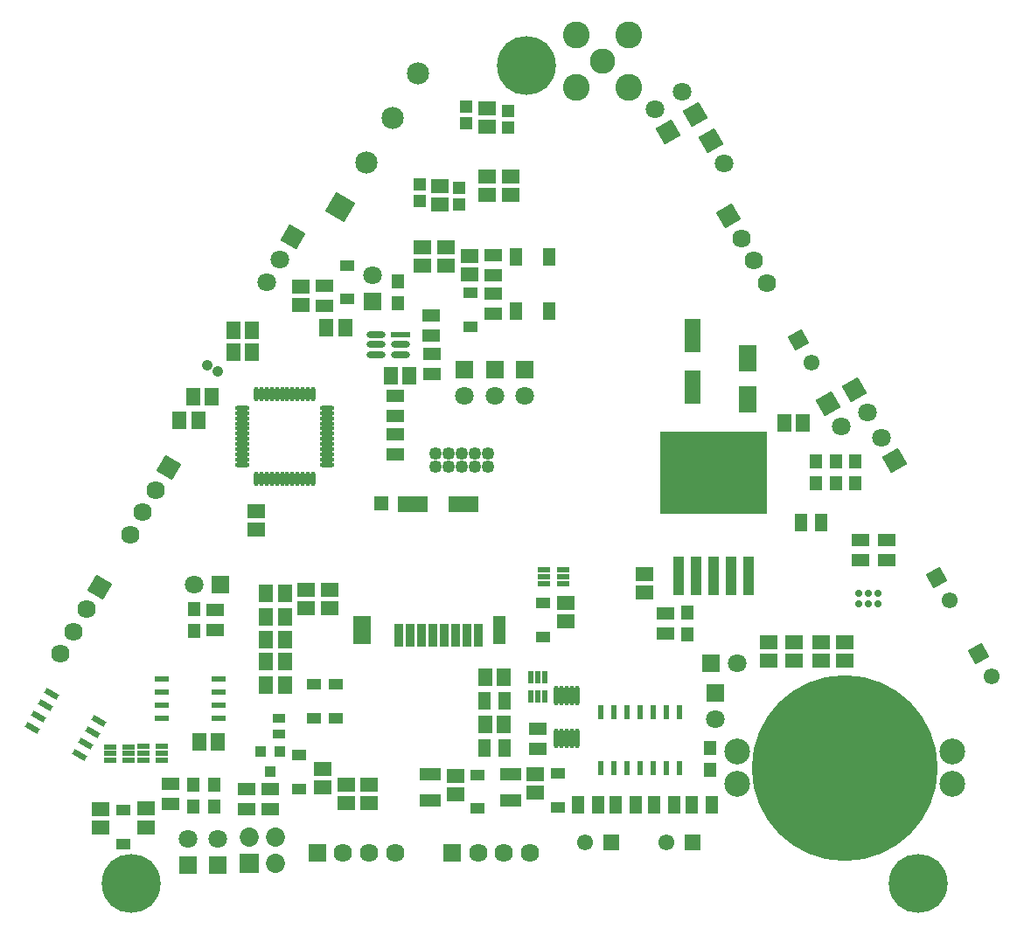
<source format=gbs>
G04*
G04 #@! TF.GenerationSoftware,Altium Limited,Altium Designer,22.1.2 (22)*
G04*
G04 Layer_Color=16711935*
%FSLAX25Y25*%
%MOIN*%
G70*
G04*
G04 #@! TF.SameCoordinates,8C121C91-0C0E-4A63-ABDB-05F36A63E408*
G04*
G04*
G04 #@! TF.FilePolarity,Negative*
G04*
G01*
G75*
%ADD45R,0.02205X0.04567*%
%ADD46R,0.04567X0.02205*%
%ADD47R,0.06509X0.05328*%
%ADD48R,0.05328X0.06509*%
%ADD49R,0.04737X0.03753*%
%ADD50R,0.06509X0.04540*%
%ADD52R,0.04540X0.06509*%
%ADD63C,0.04934*%
%ADD64R,0.07099X0.07099*%
%ADD65C,0.07099*%
%ADD66R,0.06102X0.06102*%
%ADD67C,0.06102*%
%ADD68R,0.07099X0.07099*%
%ADD69R,0.07060X0.07060*%
%ADD70C,0.07060*%
%ADD71P,0.09984X4X285.0*%
%ADD72P,0.10040X4X285.0*%
%ADD73C,0.08477*%
%ADD74P,0.11989X4X105.0*%
%ADD75C,0.10249*%
%ADD76C,0.09658*%
%ADD77P,0.10040X4X165.0*%
%ADD78P,0.09984X4X345.0*%
%ADD79P,0.08630X4X345.0*%
%ADD80C,0.09855*%
%ADD81C,0.04186*%
%ADD82C,0.02769*%
%ADD83R,0.07296X0.07296*%
%ADD84C,0.07296*%
%ADD85C,0.22453*%
G04:AMPARAMS|DCode=113|XSize=54.78mil|YSize=21.97mil|CornerRadius=0mil|HoleSize=0mil|Usage=FLASHONLY|Rotation=330.000|XOffset=0mil|YOffset=0mil|HoleType=Round|Shape=Rectangle|*
%AMROTATEDRECTD113*
4,1,4,-0.02921,0.00418,-0.01823,0.02321,0.02921,-0.00418,0.01823,-0.02321,-0.02921,0.00418,0.0*
%
%ADD113ROTATEDRECTD113*%

%ADD119R,0.02200X0.05750*%
%ADD122R,0.05700X0.02200*%
%ADD125R,0.07301X0.02410*%
G04:AMPARAMS|DCode=126|XSize=73.01mil|YSize=24.1mil|CornerRadius=12.05mil|HoleSize=0mil|Usage=FLASHONLY|Rotation=180.000|XOffset=0mil|YOffset=0mil|HoleType=Round|Shape=RoundedRectangle|*
%AMROUNDEDRECTD126*
21,1,0.07301,0.00000,0,0,180.0*
21,1,0.04891,0.02410,0,0,180.0*
1,1,0.02410,-0.02445,0.00000*
1,1,0.02410,0.02445,0.00000*
1,1,0.02410,0.02445,0.00000*
1,1,0.02410,-0.02445,0.00000*
%
%ADD126ROUNDEDRECTD126*%
%ADD127R,0.06693X0.09843*%
%ADD128R,0.06299X0.12598*%
%ADD129R,0.40551X0.31496*%
%ADD130R,0.03937X0.14567*%
%ADD137R,0.05603X0.04383*%
%ADD138R,0.04737X0.06902*%
%ADD139R,0.05131X0.05524*%
%ADD140R,0.04737X0.04540*%
%ADD141R,0.07887X0.04934*%
%ADD142O,0.01981X0.07493*%
%ADD143R,0.03950X0.04343*%
%ADD144O,0.01784X0.05524*%
%ADD145O,0.05524X0.01784*%
%ADD146C,0.70879*%
%ADD147R,0.05524X0.05524*%
%ADD148R,0.11430X0.06312*%
%ADD149R,0.06706X0.11036*%
%ADD150R,0.04737X0.11036*%
%ADD151R,0.03556X0.08674*%
D45*
X228059Y102413D02*
D03*
X225500D02*
D03*
X222941D02*
D03*
X228059Y109500D02*
D03*
X225500D02*
D03*
X222941D02*
D03*
D46*
X62413Y77941D02*
D03*
Y80500D02*
D03*
Y83059D02*
D03*
X69500Y77941D02*
D03*
Y80500D02*
D03*
Y83059D02*
D03*
X82087Y80559D02*
D03*
Y83118D02*
D03*
Y78000D02*
D03*
X75000Y83118D02*
D03*
Y80559D02*
D03*
Y78000D02*
D03*
X235000Y150559D02*
D03*
Y148000D02*
D03*
Y145441D02*
D03*
X227913Y150559D02*
D03*
Y148000D02*
D03*
Y145441D02*
D03*
D47*
X76083Y52362D02*
D03*
Y59449D02*
D03*
X58957Y59350D02*
D03*
Y52264D02*
D03*
X206000Y319457D02*
D03*
Y326543D02*
D03*
Y293457D02*
D03*
Y300543D02*
D03*
X215000Y293457D02*
D03*
Y300543D02*
D03*
X188000Y289957D02*
D03*
Y297043D02*
D03*
X181500Y266457D02*
D03*
Y273543D02*
D03*
X190500Y266457D02*
D03*
Y273543D02*
D03*
X224500Y65457D02*
D03*
Y72543D02*
D03*
X194000Y72043D02*
D03*
Y64957D02*
D03*
X161000Y68543D02*
D03*
Y61457D02*
D03*
X152500Y68543D02*
D03*
Y61457D02*
D03*
X137000Y143043D02*
D03*
Y135957D02*
D03*
X146000Y143043D02*
D03*
Y135957D02*
D03*
X143500Y74543D02*
D03*
Y67457D02*
D03*
X236000Y130957D02*
D03*
Y138043D02*
D03*
X118000Y165957D02*
D03*
Y173043D02*
D03*
X135000Y258543D02*
D03*
Y251457D02*
D03*
X266000Y141957D02*
D03*
Y149043D02*
D03*
X199508Y270276D02*
D03*
Y263189D02*
D03*
X333500Y115957D02*
D03*
Y123043D02*
D03*
X313500Y115957D02*
D03*
Y123043D02*
D03*
X323000Y115957D02*
D03*
Y123043D02*
D03*
X342500Y115957D02*
D03*
Y123043D02*
D03*
D48*
X205457Y109500D02*
D03*
X212543D02*
D03*
X205457Y91500D02*
D03*
X212543D02*
D03*
X103543Y85000D02*
D03*
X96457D02*
D03*
X129043Y141500D02*
D03*
X121957D02*
D03*
X129043Y132500D02*
D03*
X121957D02*
D03*
X129043Y124000D02*
D03*
X121957D02*
D03*
X129043Y115500D02*
D03*
X121957D02*
D03*
Y106500D02*
D03*
X129043D02*
D03*
X88957Y207500D02*
D03*
X96043D02*
D03*
X93996Y216535D02*
D03*
X101083D02*
D03*
X176543Y224500D02*
D03*
X169457D02*
D03*
X144957Y243000D02*
D03*
X152043D02*
D03*
X326543Y206500D02*
D03*
X319457D02*
D03*
X109457Y242000D02*
D03*
X116543D02*
D03*
X109457Y233500D02*
D03*
X116543D02*
D03*
D49*
X126969Y93898D02*
D03*
Y87992D02*
D03*
D50*
X184941Y240059D02*
D03*
X114500Y59161D02*
D03*
Y66839D02*
D03*
X123500Y59161D02*
D03*
Y66839D02*
D03*
X144000Y258839D02*
D03*
Y251161D02*
D03*
X348500Y154161D02*
D03*
Y161839D02*
D03*
X85500Y61161D02*
D03*
Y68839D02*
D03*
X225500Y82161D02*
D03*
Y89839D02*
D03*
X102500Y127661D02*
D03*
Y135339D02*
D03*
X185039Y225197D02*
D03*
Y232874D02*
D03*
X208563Y270571D02*
D03*
Y262894D02*
D03*
Y255807D02*
D03*
Y248130D02*
D03*
X184941Y247736D02*
D03*
X274000Y133839D02*
D03*
Y126161D02*
D03*
X171000Y202339D02*
D03*
Y194661D02*
D03*
Y209161D02*
D03*
Y216839D02*
D03*
X358500Y154161D02*
D03*
Y161839D02*
D03*
D52*
X269661Y61000D02*
D03*
X277339D02*
D03*
X284161D02*
D03*
X291839D02*
D03*
X240661D02*
D03*
X248339D02*
D03*
X255161D02*
D03*
X262839D02*
D03*
X325661Y168500D02*
D03*
X333339D02*
D03*
X205161Y82500D02*
D03*
X212839D02*
D03*
Y100500D02*
D03*
X205161D02*
D03*
D63*
X206500Y190000D02*
D03*
X201500D02*
D03*
X196500D02*
D03*
X191500D02*
D03*
Y195000D02*
D03*
X196500D02*
D03*
X201500D02*
D03*
X206500D02*
D03*
X186500D02*
D03*
Y190000D02*
D03*
D64*
X291500Y115000D02*
D03*
X104500Y145000D02*
D03*
D65*
X301500Y115000D02*
D03*
X293000Y93500D02*
D03*
X103500Y48000D02*
D03*
X94500Y145000D02*
D03*
X127000Y269000D02*
D03*
X122000Y260340D02*
D03*
X197500Y217000D02*
D03*
X209000D02*
D03*
X220500D02*
D03*
X162500Y263071D02*
D03*
X280500Y332830D02*
D03*
X270000Y326330D02*
D03*
X296500Y305670D02*
D03*
X351000Y210670D02*
D03*
X341000Y205170D02*
D03*
X356500Y200830D02*
D03*
X92000Y48000D02*
D03*
D66*
X253421Y46567D02*
D03*
X284500Y46500D02*
D03*
D67*
X243579Y46567D02*
D03*
X274658Y46500D02*
D03*
X329671Y229705D02*
D03*
X382500Y139000D02*
D03*
X398500Y110000D02*
D03*
D68*
X293000Y103500D02*
D03*
X103500Y38000D02*
D03*
X197500Y227000D02*
D03*
X209000D02*
D03*
X220500D02*
D03*
X162500Y253071D02*
D03*
X92000Y38000D02*
D03*
D69*
X192972Y42500D02*
D03*
X141472D02*
D03*
D70*
X202815D02*
D03*
X212657D02*
D03*
X222500D02*
D03*
X151315D02*
D03*
X161158D02*
D03*
X171000D02*
D03*
X53500Y135500D02*
D03*
X48579Y126976D02*
D03*
X43657Y118452D02*
D03*
X79843Y181048D02*
D03*
X74921Y172524D02*
D03*
X70000Y164000D02*
D03*
X312842Y259952D02*
D03*
X307921Y268476D02*
D03*
X303000Y277000D02*
D03*
D71*
X58421Y144024D02*
D03*
X84764Y189572D02*
D03*
D72*
X132000Y277660D02*
D03*
D73*
X179842Y340048D02*
D03*
X170000Y323000D02*
D03*
X160158Y305952D02*
D03*
D74*
X150315Y288905D02*
D03*
D75*
X240000Y354500D02*
D03*
Y334500D02*
D03*
X260000D02*
D03*
Y354500D02*
D03*
D76*
X250000Y344500D02*
D03*
D77*
X285500Y324170D02*
D03*
X275000Y317670D02*
D03*
X291500Y314330D02*
D03*
X346000Y219330D02*
D03*
X336000Y213830D02*
D03*
X361500Y192170D02*
D03*
D78*
X298079Y285524D02*
D03*
D79*
X324749Y238229D02*
D03*
X377579Y147524D02*
D03*
X393579Y118524D02*
D03*
D80*
X301610Y69000D02*
D03*
Y81205D02*
D03*
X383500D02*
D03*
Y69000D02*
D03*
D81*
X103375Y226417D02*
D03*
X99625Y228583D02*
D03*
D82*
X347957Y141469D02*
D03*
Y137531D02*
D03*
X351500Y141469D02*
D03*
Y137531D02*
D03*
X355043Y141469D02*
D03*
Y137531D02*
D03*
D83*
X115500Y38500D02*
D03*
D84*
X125500D02*
D03*
X115500Y48500D02*
D03*
X125500D02*
D03*
D85*
X221000Y343000D02*
D03*
X70500Y31000D02*
D03*
X370500D02*
D03*
D113*
X32710Y90224D02*
D03*
X35210Y94554D02*
D03*
X37710Y98885D02*
D03*
X40210Y103215D02*
D03*
X58290Y92776D02*
D03*
X55790Y88446D02*
D03*
X53290Y84115D02*
D03*
X50790Y79785D02*
D03*
D119*
X249500Y96225D02*
D03*
X254500D02*
D03*
X259500D02*
D03*
X264500D02*
D03*
X269500D02*
D03*
X274500D02*
D03*
X279500D02*
D03*
Y74775D02*
D03*
X274500D02*
D03*
X269500D02*
D03*
X264500D02*
D03*
X259500D02*
D03*
X254500D02*
D03*
X249500D02*
D03*
D122*
X103750Y94000D02*
D03*
Y99000D02*
D03*
Y104000D02*
D03*
Y109000D02*
D03*
X82250D02*
D03*
Y104000D02*
D03*
Y99000D02*
D03*
Y94000D02*
D03*
D125*
X173029Y240240D02*
D03*
D126*
Y236500D02*
D03*
Y232760D02*
D03*
X163971D02*
D03*
Y236500D02*
D03*
Y240240D02*
D03*
D127*
X305500Y215626D02*
D03*
Y231374D02*
D03*
D128*
X284500Y239843D02*
D03*
Y220158D02*
D03*
D129*
X292500Y187685D02*
D03*
D130*
X279114Y148315D02*
D03*
X285807D02*
D03*
X292500D02*
D03*
X299193D02*
D03*
X305886D02*
D03*
D137*
X67520Y58898D02*
D03*
Y46024D02*
D03*
X233000Y72937D02*
D03*
Y60063D02*
D03*
X202500Y72437D02*
D03*
Y59563D02*
D03*
X140000Y94063D02*
D03*
Y106937D02*
D03*
X148500D02*
D03*
Y94063D02*
D03*
X134500Y79937D02*
D03*
Y67063D02*
D03*
X227500Y137937D02*
D03*
Y125063D02*
D03*
X199803Y243268D02*
D03*
Y256142D02*
D03*
X152756Y253898D02*
D03*
Y266772D02*
D03*
D138*
X229921Y249213D02*
D03*
Y269882D02*
D03*
X217323Y249213D02*
D03*
Y269882D02*
D03*
D139*
X94000Y60366D02*
D03*
Y68634D02*
D03*
X102000Y60366D02*
D03*
Y68634D02*
D03*
X172000Y260634D02*
D03*
Y252366D02*
D03*
X291000Y82634D02*
D03*
Y74366D02*
D03*
X94500Y135634D02*
D03*
Y127366D02*
D03*
X282500Y134134D02*
D03*
Y125866D02*
D03*
X331500Y191866D02*
D03*
Y183598D02*
D03*
X346500Y191866D02*
D03*
Y183598D02*
D03*
X339000Y191866D02*
D03*
Y183598D02*
D03*
D140*
X214000Y325650D02*
D03*
Y319350D02*
D03*
X198000Y327150D02*
D03*
Y320850D02*
D03*
X195500Y296150D02*
D03*
Y289850D02*
D03*
X180500Y291350D02*
D03*
Y297650D02*
D03*
D141*
X215000Y62480D02*
D03*
Y72520D02*
D03*
X184500D02*
D03*
Y62480D02*
D03*
D142*
X232563Y102571D02*
D03*
X234531D02*
D03*
X236500D02*
D03*
X238469D02*
D03*
X240437D02*
D03*
X232563Y86429D02*
D03*
X234531D02*
D03*
X236500D02*
D03*
X238469D02*
D03*
X240437D02*
D03*
D143*
X123500Y73563D02*
D03*
X127240Y81437D02*
D03*
X119760D02*
D03*
D144*
X118173Y217642D02*
D03*
X120142D02*
D03*
X122110D02*
D03*
X124079D02*
D03*
X126047D02*
D03*
X128016D02*
D03*
X129984D02*
D03*
X131953D02*
D03*
X133921D02*
D03*
X135890D02*
D03*
X137858D02*
D03*
X139827D02*
D03*
Y185358D02*
D03*
X137858D02*
D03*
X135890D02*
D03*
X133921D02*
D03*
X131953D02*
D03*
X129984D02*
D03*
X128016D02*
D03*
X126047D02*
D03*
X124079D02*
D03*
X122110D02*
D03*
X120142D02*
D03*
X118173D02*
D03*
D145*
X145142Y212327D02*
D03*
Y210358D02*
D03*
Y208390D02*
D03*
Y206421D02*
D03*
Y204453D02*
D03*
Y202484D02*
D03*
Y200516D02*
D03*
Y198547D02*
D03*
Y196579D02*
D03*
Y194610D02*
D03*
Y192642D02*
D03*
Y190673D02*
D03*
X112858D02*
D03*
Y192642D02*
D03*
Y194610D02*
D03*
Y196579D02*
D03*
Y198547D02*
D03*
Y200516D02*
D03*
Y202484D02*
D03*
Y204453D02*
D03*
Y206421D02*
D03*
Y208390D02*
D03*
Y210358D02*
D03*
Y212327D02*
D03*
D146*
X342555Y74906D02*
D03*
D147*
X165905Y175894D02*
D03*
D148*
X197205Y175500D02*
D03*
X177913D02*
D03*
D149*
X158425Y127469D02*
D03*
D150*
X210984D02*
D03*
D151*
X172402Y125500D02*
D03*
X176732D02*
D03*
X181063D02*
D03*
X185394D02*
D03*
X189724D02*
D03*
X194055D02*
D03*
X198386D02*
D03*
X202716D02*
D03*
M02*

</source>
